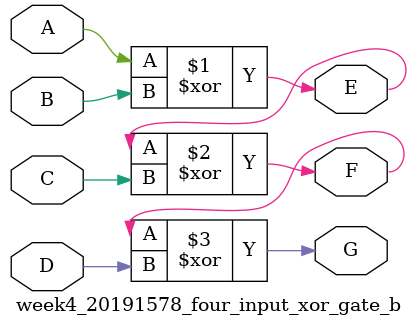
<source format=v>
`timescale 1ns / 1ps


module week4_20191578_four_input_xor_gate_b(
    input A,
    input B,
    input C,
    input D,
    output E,
    output F,
    output G
    );
    assign E = A ^ B;
    assign F = E ^ C;
    assign G = F ^ D;
endmodule

</source>
